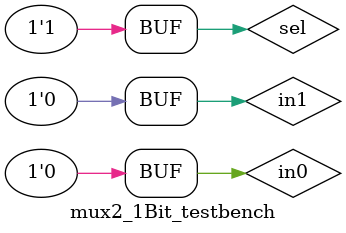
<source format=sv>

`timescale 1 ps / 100 fs

module mux2_1Bit(out, in0, in1, sel);    
	output out;    
	input sel, in0, in1;
	
	wire selBar;
	wire [1:0] temp;
	
	not #50(selBar, sel);
	and #50(temp[0], in0, selBar);
	and #50(temp[1], in1, sel);
	or #50(out, temp[0], temp[1]);
	
endmodule 

module mux2_1Bit_testbench();  
	reg sel;  
	reg in0, in1;
	wire out;  
 
	mux2_1Bit dut (.out, .in0, .in1, .sel); 
	
	initial begin    
		sel=0; in0=0; in1=1; #10;  
		sel=0; in0=1; in1=0; #10;  
		sel=0; in0=1; in1=1; #10;  
		sel=0; in0=0; in1=0; #10;  
		sel=1; in0=0; in1=1; #10;  
		sel=1; in0=1; in1=0; #10;  
		sel=1; in0=1; in1=1; #10;  
		sel=1; in0=0; in1=0; #10;  
 
	end 
endmodule 
</source>
